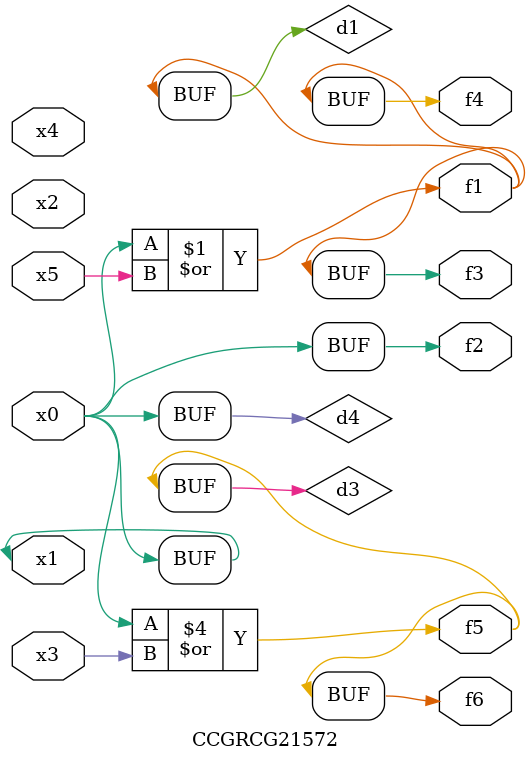
<source format=v>
module CCGRCG21572(
	input x0, x1, x2, x3, x4, x5,
	output f1, f2, f3, f4, f5, f6
);

	wire d1, d2, d3, d4;

	or (d1, x0, x5);
	xnor (d2, x1, x4);
	or (d3, x0, x3);
	buf (d4, x0, x1);
	assign f1 = d1;
	assign f2 = d4;
	assign f3 = d1;
	assign f4 = d1;
	assign f5 = d3;
	assign f6 = d3;
endmodule

</source>
